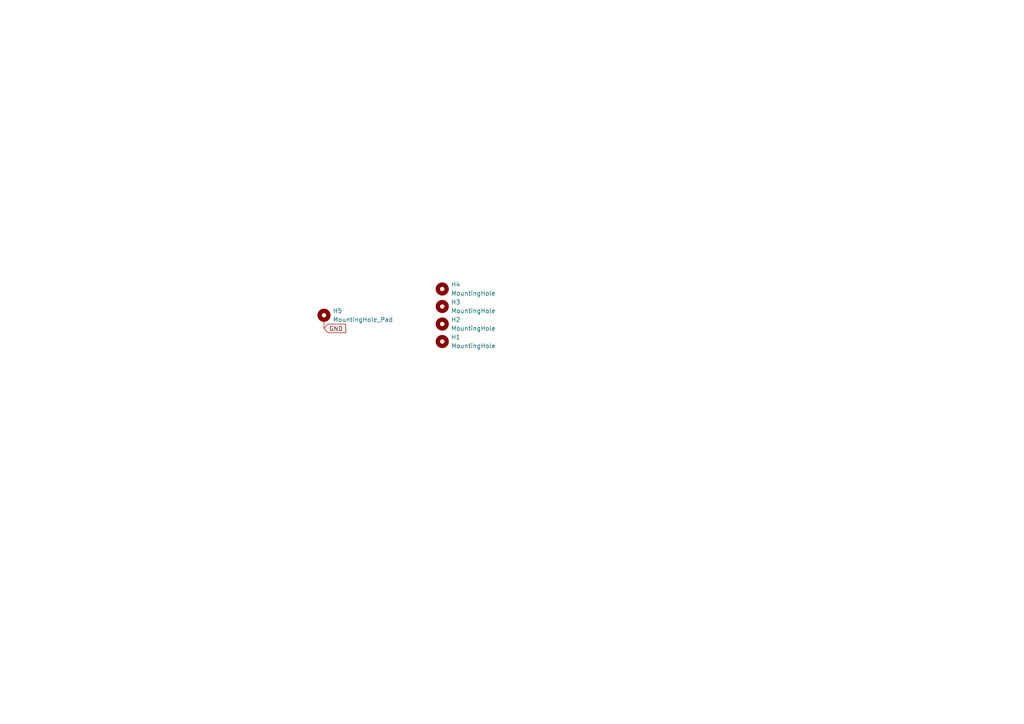
<source format=kicad_sch>
(kicad_sch (version 20231120) (generator "eeschema") (generator_version "8.0")
  (paper "A4")
  (lib_symbols
    (symbol "Mechanical:MountingHole" (pin_names (offset 1.016)) (exclude_from_sim yes) (in_bom no)
      (property "Reference" "H" (at 0 5.08 0))
      (property "Value" "MountingHole" (at 0 3.175 0))
      (symbol "MountingHole_0_1"
        (circle (center 0 0) (radius 1.27) (stroke (width 1.27)))
      )
    )
    (symbol "Mechanical:MountingHole_Pad" (pin_numbers hide) (pin_names (offset 1.016) hide) (exclude_from_sim yes) (in_bom no)
      (property "Reference" "H" (at 0 6.35 0))
      (property "Value" "MountingHole_Pad" (at 0 4.445 0))
      (symbol "MountingHole_Pad_0_1"
        (circle (center 0 1.27) (radius 1.27) (stroke (width 1.27)))
      )
      (symbol "MountingHole_Pad_1_1"
        (pin input line (at 0 -2.54 90) (length 2.54) (name "1") (number "1"))
      )
    )
  )
  (global_label "GND" (shape input) (at 93.98 95.25 0) (property "Intersheetrefs" "${INTERSHEET_REFS}" (effects (hide yes))))
  (symbol (lib_id "Mechanical:MountingHole") (at 128.27 93.98 0) (unit 1) (exclude_from_sim yes) (in_bom no)
    (property "Reference" "H2" (at 130.81 92.7099 0) (effects (justify left)))
    (property "Value" "MountingHole" (at 130.81 95.2499 0) (effects (justify left)))
    (property "Footprint" "MountingHole:MountingHole_3.2mm_M3_Pad" (effects (hide yes)))
    (property "Description" "Mounting Hole without connection" (effects (hide yes)))
  )
  (symbol (lib_id "Mechanical:MountingHole_Pad") (at 93.98 92.71 0) (unit 1) (exclude_from_sim yes) (in_bom no)
    (property "Reference" "H5" (at 96.52 90.1699 0) (effects (justify left)))
    (property "Value" "MountingHole_Pad" (at 96.52 92.7099 0) (effects (justify left)))
    (property "Footprint" "MountingHole:MountingHole_3.2mm_M3_Pad" (effects (hide yes)))
    (property "Description" "Mounting Hole with connection" (effects (hide yes)))
  )
  (symbol (lib_id "Mechanical:MountingHole") (at 128.27 83.82 0) (unit 1) (exclude_from_sim yes) (in_bom no)
    (property "Reference" "H4" (at 130.81 82.5499 0) (effects (justify left)))
    (property "Value" "MountingHole" (at 130.81 85.0899 0) (effects (justify left)))
    (property "Footprint" "MountingHole:MountingHole_3.2mm_M3_Pad" (effects (hide yes)))
    (property "Description" "Mounting Hole without connection" (effects (hide yes)))
  )
  (symbol (lib_id "Mechanical:MountingHole") (at 128.27 88.9 0) (unit 1) (exclude_from_sim yes) (in_bom no)
    (property "Reference" "H3" (at 130.81 87.6299 0) (effects (justify left)))
    (property "Value" "MountingHole" (at 130.81 90.1699 0) (effects (justify left)))
    (property "Footprint" "MountingHole:MountingHole_3.2mm_M3_Pad" (effects (hide yes)))
    (property "Description" "Mounting Hole without connection" (effects (hide yes)))
  )
  (symbol (lib_id "Mechanical:MountingHole") (at 128.27 99.06 0) (unit 1) (exclude_from_sim yes) (in_bom no)
    (property "Reference" "H1" (at 130.81 97.7899 0) (effects (justify left)))
    (property "Value" "MountingHole" (at 130.81 100.3299 0) (effects (justify left)))
    (property "Footprint" "MountingHole:MountingHole_3.2mm_M3_Pad" (effects (hide yes)))
    (property "Description" "Mounting Hole without connection" (effects (hide yes)))
  )
)
</source>
